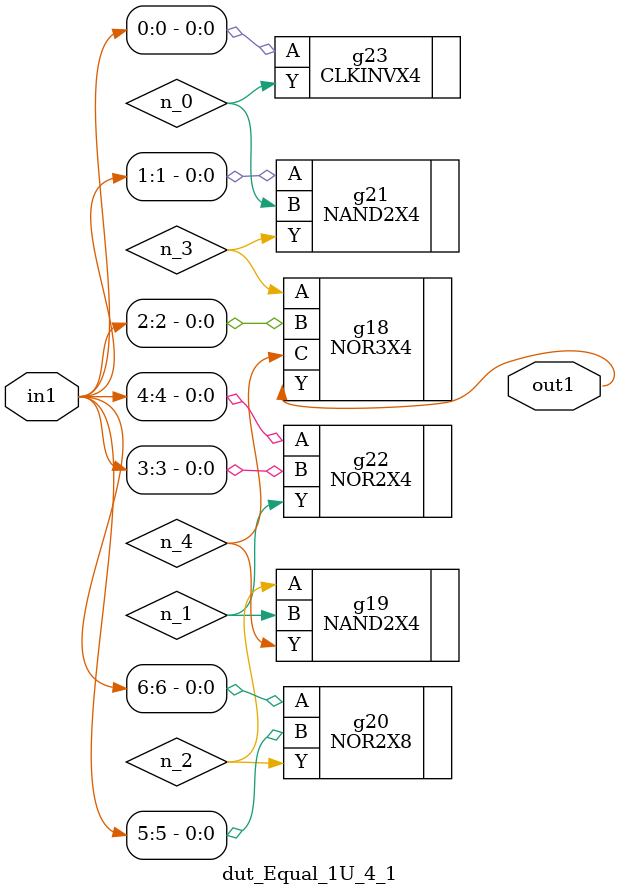
<source format=v>
`timescale 1ps / 1ps


module dut_Equal_1U_4_1(in1, out1);
  input [6:0] in1;
  output out1;
  wire [6:0] in1;
  wire out1;
  wire n_0, n_1, n_2, n_3, n_4;
  NOR3X4 g18(.A (n_3), .B (in1[2]), .C (n_4), .Y (out1));
  NAND2X4 g19(.A (n_2), .B (n_1), .Y (n_4));
  NAND2X4 g21(.A (in1[1]), .B (n_0), .Y (n_3));
  NOR2X8 g20(.A (in1[6]), .B (in1[5]), .Y (n_2));
  NOR2X4 g22(.A (in1[4]), .B (in1[3]), .Y (n_1));
  CLKINVX4 g23(.A (in1[0]), .Y (n_0));
endmodule



</source>
